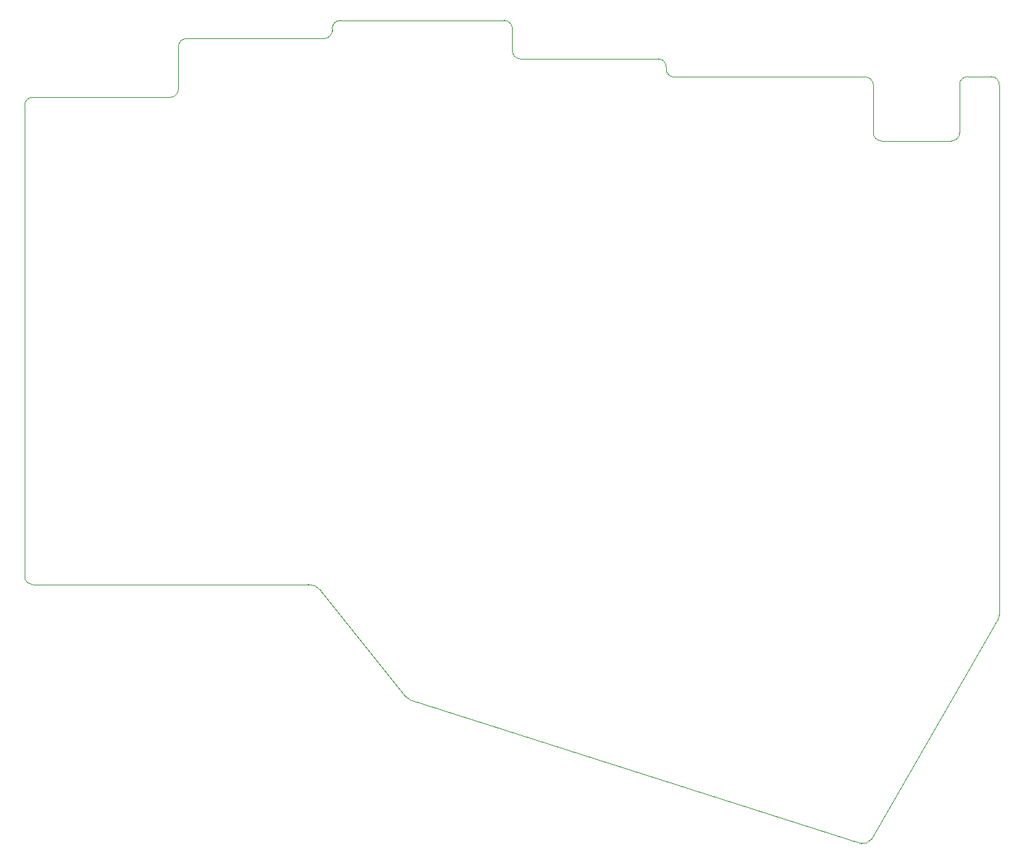
<source format=gbr>
%TF.GenerationSoftware,KiCad,Pcbnew,8.0.2-1*%
%TF.CreationDate,2024-06-10T16:48:46+09:00*%
%TF.ProjectId,Miriball36,4d697269-6261-46c6-9c33-362e6b696361,rev?*%
%TF.SameCoordinates,Original*%
%TF.FileFunction,Profile,NP*%
%FSLAX46Y46*%
G04 Gerber Fmt 4.6, Leading zero omitted, Abs format (unit mm)*
G04 Created by KiCad (PCBNEW 8.0.2-1) date 2024-06-10 16:48:46*
%MOMM*%
%LPD*%
G01*
G04 APERTURE LIST*
%TA.AperFunction,Profile*%
%ADD10C,0.050000*%
%TD*%
G04 APERTURE END LIST*
D10*
X106090000Y-38040000D02*
G75*
G02*
X107090000Y-39040000I0J-1000000D01*
G01*
X151372522Y-139342328D02*
X167106175Y-112071952D01*
X125090000Y-42790000D02*
X108090000Y-42790000D01*
X106090000Y-38040000D02*
X85840000Y-38040000D01*
X108090000Y-42790000D02*
G75*
G02*
X107090000Y-41790000I0J1000000D01*
G01*
X152690000Y-52940000D02*
G75*
G02*
X151690000Y-51940000I0J1000000D01*
G01*
X83440507Y-108542346D02*
X93923574Y-121676077D01*
X46840000Y-48540000D02*
X46840000Y-106790000D01*
X167240000Y-111572212D02*
X167240000Y-45990000D01*
X126090000Y-43790000D02*
X126090000Y-44040000D01*
X65840000Y-46540000D02*
G75*
G02*
X64840000Y-47540000I-1000000J0D01*
G01*
X151690000Y-46040000D02*
X151690000Y-51940000D01*
X84840000Y-39040000D02*
X84840000Y-39290000D01*
X64840000Y-47540000D02*
X47840000Y-47540000D01*
X166240000Y-44990000D02*
G75*
G02*
X167240000Y-45990000I0J-1000000D01*
G01*
X65840000Y-41290000D02*
G75*
G02*
X66840000Y-40290000I1000000J0D01*
G01*
X81877382Y-107790000D02*
G75*
G02*
X83440489Y-108542361I18J-1999900D01*
G01*
X162339872Y-45990021D02*
G75*
G02*
X163339872Y-44989972I1000028J21D01*
G01*
X47840000Y-107790000D02*
X81877382Y-107790000D01*
X151372522Y-139342328D02*
G75*
G02*
X150202599Y-139795328I-866122J499628D01*
G01*
X150690000Y-45040000D02*
X127090000Y-45040000D01*
X84840000Y-39040000D02*
G75*
G02*
X85840000Y-38040000I1000000J0D01*
G01*
X107090000Y-41790000D02*
X107090000Y-39040000D01*
X94401384Y-122005001D02*
G75*
G02*
X93923548Y-121676098I303716J952801D01*
G01*
X163339872Y-44990000D02*
X166240000Y-44990000D01*
X162340000Y-51940000D02*
X162339872Y-45990021D01*
X125090000Y-42790000D02*
G75*
G02*
X126090000Y-43790000I0J-1000000D01*
G01*
X127090000Y-45040000D02*
G75*
G02*
X126090000Y-44040000I0J1000000D01*
G01*
X152690000Y-52940000D02*
X161340000Y-52940000D01*
X47840000Y-107790000D02*
G75*
G02*
X46840000Y-106790000I0J1000000D01*
G01*
X94401384Y-122005001D02*
X150202595Y-139795339D01*
X65840000Y-41290000D02*
X65840000Y-46540000D01*
X46840000Y-48540000D02*
G75*
G02*
X47840000Y-47540000I1000000J0D01*
G01*
X150690000Y-45040000D02*
G75*
G02*
X151690000Y-46040000I0J-1000000D01*
G01*
X162340000Y-51940000D02*
G75*
G02*
X161340000Y-52940000I-1000000J0D01*
G01*
X167240000Y-111572212D02*
G75*
G02*
X167106170Y-112071949I-1000000J12D01*
G01*
X84840000Y-39290000D02*
G75*
G02*
X83840000Y-40290000I-1000000J0D01*
G01*
X83840000Y-40290000D02*
X66840000Y-40290000D01*
M02*

</source>
